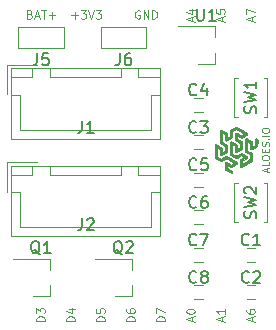
<source format=gto>
G04 #@! TF.FileFunction,Legend,Top*
%FSLAX46Y46*%
G04 Gerber Fmt 4.6, Leading zero omitted, Abs format (unit mm)*
G04 Created by KiCad (PCBNEW 4.0.7-e2-6376~58~ubuntu17.04.1) date Tue Oct  3 10:22:26 2017*
%MOMM*%
%LPD*%
G01*
G04 APERTURE LIST*
%ADD10C,0.100000*%
%ADD11C,0.120000*%
%ADD12C,0.010000*%
%ADD13C,0.150000*%
G04 APERTURE END LIST*
D10*
X177900000Y-106632142D02*
X177900000Y-106346428D01*
X178071429Y-106689285D02*
X177471429Y-106489285D01*
X178071429Y-106289285D01*
X178071429Y-105803571D02*
X178071429Y-106089285D01*
X177471429Y-106089285D01*
X177471429Y-105489285D02*
X177471429Y-105374999D01*
X177500000Y-105317857D01*
X177557143Y-105260714D01*
X177671429Y-105232142D01*
X177871429Y-105232142D01*
X177985714Y-105260714D01*
X178042857Y-105317857D01*
X178071429Y-105374999D01*
X178071429Y-105489285D01*
X178042857Y-105546428D01*
X177985714Y-105603571D01*
X177871429Y-105632142D01*
X177671429Y-105632142D01*
X177557143Y-105603571D01*
X177500000Y-105546428D01*
X177471429Y-105489285D01*
X177757143Y-104975000D02*
X177757143Y-104775000D01*
X178071429Y-104689286D02*
X178071429Y-104975000D01*
X177471429Y-104975000D01*
X177471429Y-104689286D01*
X178042857Y-104460714D02*
X178071429Y-104375000D01*
X178071429Y-104232143D01*
X178042857Y-104175000D01*
X178014286Y-104146429D01*
X177957143Y-104117857D01*
X177900000Y-104117857D01*
X177842857Y-104146429D01*
X177814286Y-104175000D01*
X177785714Y-104232143D01*
X177757143Y-104346429D01*
X177728571Y-104403571D01*
X177700000Y-104432143D01*
X177642857Y-104460714D01*
X177585714Y-104460714D01*
X177528571Y-104432143D01*
X177500000Y-104403571D01*
X177471429Y-104346429D01*
X177471429Y-104203571D01*
X177500000Y-104117857D01*
X178014286Y-103860714D02*
X178042857Y-103832142D01*
X178071429Y-103860714D01*
X178042857Y-103889285D01*
X178014286Y-103860714D01*
X178071429Y-103860714D01*
X178071429Y-103575000D02*
X177471429Y-103575000D01*
X177471429Y-103175000D02*
X177471429Y-103060714D01*
X177500000Y-103003572D01*
X177557143Y-102946429D01*
X177671429Y-102917857D01*
X177871429Y-102917857D01*
X177985714Y-102946429D01*
X178042857Y-103003572D01*
X178071429Y-103060714D01*
X178071429Y-103175000D01*
X178042857Y-103232143D01*
X177985714Y-103289286D01*
X177871429Y-103317857D01*
X177671429Y-103317857D01*
X177557143Y-103289286D01*
X177500000Y-103232143D01*
X177471429Y-103175000D01*
X176646667Y-93845000D02*
X176646667Y-93511666D01*
X176846667Y-93911666D02*
X176146667Y-93678333D01*
X176846667Y-93445000D01*
X176146667Y-93278333D02*
X176146667Y-92811666D01*
X176846667Y-93111666D01*
X174106667Y-93845000D02*
X174106667Y-93511666D01*
X174306667Y-93911666D02*
X173606667Y-93678333D01*
X174306667Y-93445000D01*
X173606667Y-92878333D02*
X173606667Y-93211666D01*
X173940000Y-93245000D01*
X173906667Y-93211666D01*
X173873333Y-93145000D01*
X173873333Y-92978333D01*
X173906667Y-92911666D01*
X173940000Y-92878333D01*
X174006667Y-92845000D01*
X174173333Y-92845000D01*
X174240000Y-92878333D01*
X174273333Y-92911666D01*
X174306667Y-92978333D01*
X174306667Y-93145000D01*
X174273333Y-93211666D01*
X174240000Y-93245000D01*
X171566667Y-93845000D02*
X171566667Y-93511666D01*
X171766667Y-93911666D02*
X171066667Y-93678333D01*
X171766667Y-93445000D01*
X171300000Y-92911666D02*
X171766667Y-92911666D01*
X171033333Y-93078333D02*
X171533333Y-93245000D01*
X171533333Y-92811666D01*
X167106667Y-92995000D02*
X167040001Y-92961667D01*
X166940001Y-92961667D01*
X166840001Y-92995000D01*
X166773334Y-93061667D01*
X166740001Y-93128333D01*
X166706667Y-93261667D01*
X166706667Y-93361667D01*
X166740001Y-93495000D01*
X166773334Y-93561667D01*
X166840001Y-93628333D01*
X166940001Y-93661667D01*
X167006667Y-93661667D01*
X167106667Y-93628333D01*
X167140001Y-93595000D01*
X167140001Y-93361667D01*
X167006667Y-93361667D01*
X167440001Y-93661667D02*
X167440001Y-92961667D01*
X167840001Y-93661667D01*
X167840001Y-92961667D01*
X168173334Y-93661667D02*
X168173334Y-92961667D01*
X168340000Y-92961667D01*
X168440000Y-92995000D01*
X168506667Y-93061667D01*
X168540000Y-93128333D01*
X168573334Y-93261667D01*
X168573334Y-93361667D01*
X168540000Y-93495000D01*
X168506667Y-93561667D01*
X168440000Y-93628333D01*
X168340000Y-93661667D01*
X168173334Y-93661667D01*
X161326667Y-93395000D02*
X161860000Y-93395000D01*
X161593333Y-93661667D02*
X161593333Y-93128333D01*
X162126667Y-92961667D02*
X162560000Y-92961667D01*
X162326667Y-93228333D01*
X162426667Y-93228333D01*
X162493334Y-93261667D01*
X162526667Y-93295000D01*
X162560000Y-93361667D01*
X162560000Y-93528333D01*
X162526667Y-93595000D01*
X162493334Y-93628333D01*
X162426667Y-93661667D01*
X162226667Y-93661667D01*
X162160000Y-93628333D01*
X162126667Y-93595000D01*
X162760001Y-92961667D02*
X162993334Y-93661667D01*
X163226667Y-92961667D01*
X163393334Y-92961667D02*
X163826667Y-92961667D01*
X163593334Y-93228333D01*
X163693334Y-93228333D01*
X163760001Y-93261667D01*
X163793334Y-93295000D01*
X163826667Y-93361667D01*
X163826667Y-93528333D01*
X163793334Y-93595000D01*
X163760001Y-93628333D01*
X163693334Y-93661667D01*
X163493334Y-93661667D01*
X163426667Y-93628333D01*
X163393334Y-93595000D01*
X157800000Y-93295000D02*
X157900000Y-93328333D01*
X157933333Y-93361667D01*
X157966667Y-93428333D01*
X157966667Y-93528333D01*
X157933333Y-93595000D01*
X157900000Y-93628333D01*
X157833333Y-93661667D01*
X157566667Y-93661667D01*
X157566667Y-92961667D01*
X157800000Y-92961667D01*
X157866667Y-92995000D01*
X157900000Y-93028333D01*
X157933333Y-93095000D01*
X157933333Y-93161667D01*
X157900000Y-93228333D01*
X157866667Y-93261667D01*
X157800000Y-93295000D01*
X157566667Y-93295000D01*
X158233333Y-93461667D02*
X158566667Y-93461667D01*
X158166667Y-93661667D02*
X158400000Y-92961667D01*
X158633333Y-93661667D01*
X158766667Y-92961667D02*
X159166667Y-92961667D01*
X158966667Y-93661667D02*
X158966667Y-92961667D01*
X159400000Y-93395000D02*
X159933333Y-93395000D01*
X159666666Y-93661667D02*
X159666666Y-93128333D01*
X176646667Y-119245000D02*
X176646667Y-118911666D01*
X176846667Y-119311666D02*
X176146667Y-119078333D01*
X176846667Y-118845000D01*
X176146667Y-118311666D02*
X176146667Y-118445000D01*
X176180000Y-118511666D01*
X176213333Y-118545000D01*
X176313333Y-118611666D01*
X176446667Y-118645000D01*
X176713333Y-118645000D01*
X176780000Y-118611666D01*
X176813333Y-118578333D01*
X176846667Y-118511666D01*
X176846667Y-118378333D01*
X176813333Y-118311666D01*
X176780000Y-118278333D01*
X176713333Y-118245000D01*
X176546667Y-118245000D01*
X176480000Y-118278333D01*
X176446667Y-118311666D01*
X176413333Y-118378333D01*
X176413333Y-118511666D01*
X176446667Y-118578333D01*
X176480000Y-118611666D01*
X176546667Y-118645000D01*
X174106667Y-119245000D02*
X174106667Y-118911666D01*
X174306667Y-119311666D02*
X173606667Y-119078333D01*
X174306667Y-118845000D01*
X174306667Y-118245000D02*
X174306667Y-118645000D01*
X174306667Y-118445000D02*
X173606667Y-118445000D01*
X173706667Y-118511666D01*
X173773333Y-118578333D01*
X173806667Y-118645000D01*
X171566667Y-119245000D02*
X171566667Y-118911666D01*
X171766667Y-119311666D02*
X171066667Y-119078333D01*
X171766667Y-118845000D01*
X171066667Y-118478333D02*
X171066667Y-118411666D01*
X171100000Y-118345000D01*
X171133333Y-118311666D01*
X171200000Y-118278333D01*
X171333333Y-118245000D01*
X171500000Y-118245000D01*
X171633333Y-118278333D01*
X171700000Y-118311666D01*
X171733333Y-118345000D01*
X171766667Y-118411666D01*
X171766667Y-118478333D01*
X171733333Y-118545000D01*
X171700000Y-118578333D01*
X171633333Y-118611666D01*
X171500000Y-118645000D01*
X171333333Y-118645000D01*
X171200000Y-118611666D01*
X171133333Y-118578333D01*
X171100000Y-118545000D01*
X171066667Y-118478333D01*
X169226667Y-119261666D02*
X168526667Y-119261666D01*
X168526667Y-119095000D01*
X168560000Y-118995000D01*
X168626667Y-118928333D01*
X168693333Y-118895000D01*
X168826667Y-118861666D01*
X168926667Y-118861666D01*
X169060000Y-118895000D01*
X169126667Y-118928333D01*
X169193333Y-118995000D01*
X169226667Y-119095000D01*
X169226667Y-119261666D01*
X168526667Y-118628333D02*
X168526667Y-118161666D01*
X169226667Y-118461666D01*
X166686667Y-119261666D02*
X165986667Y-119261666D01*
X165986667Y-119095000D01*
X166020000Y-118995000D01*
X166086667Y-118928333D01*
X166153333Y-118895000D01*
X166286667Y-118861666D01*
X166386667Y-118861666D01*
X166520000Y-118895000D01*
X166586667Y-118928333D01*
X166653333Y-118995000D01*
X166686667Y-119095000D01*
X166686667Y-119261666D01*
X165986667Y-118261666D02*
X165986667Y-118395000D01*
X166020000Y-118461666D01*
X166053333Y-118495000D01*
X166153333Y-118561666D01*
X166286667Y-118595000D01*
X166553333Y-118595000D01*
X166620000Y-118561666D01*
X166653333Y-118528333D01*
X166686667Y-118461666D01*
X166686667Y-118328333D01*
X166653333Y-118261666D01*
X166620000Y-118228333D01*
X166553333Y-118195000D01*
X166386667Y-118195000D01*
X166320000Y-118228333D01*
X166286667Y-118261666D01*
X166253333Y-118328333D01*
X166253333Y-118461666D01*
X166286667Y-118528333D01*
X166320000Y-118561666D01*
X166386667Y-118595000D01*
X164146667Y-119261666D02*
X163446667Y-119261666D01*
X163446667Y-119095000D01*
X163480000Y-118995000D01*
X163546667Y-118928333D01*
X163613333Y-118895000D01*
X163746667Y-118861666D01*
X163846667Y-118861666D01*
X163980000Y-118895000D01*
X164046667Y-118928333D01*
X164113333Y-118995000D01*
X164146667Y-119095000D01*
X164146667Y-119261666D01*
X163446667Y-118228333D02*
X163446667Y-118561666D01*
X163780000Y-118595000D01*
X163746667Y-118561666D01*
X163713333Y-118495000D01*
X163713333Y-118328333D01*
X163746667Y-118261666D01*
X163780000Y-118228333D01*
X163846667Y-118195000D01*
X164013333Y-118195000D01*
X164080000Y-118228333D01*
X164113333Y-118261666D01*
X164146667Y-118328333D01*
X164146667Y-118495000D01*
X164113333Y-118561666D01*
X164080000Y-118595000D01*
X161606667Y-119261666D02*
X160906667Y-119261666D01*
X160906667Y-119095000D01*
X160940000Y-118995000D01*
X161006667Y-118928333D01*
X161073333Y-118895000D01*
X161206667Y-118861666D01*
X161306667Y-118861666D01*
X161440000Y-118895000D01*
X161506667Y-118928333D01*
X161573333Y-118995000D01*
X161606667Y-119095000D01*
X161606667Y-119261666D01*
X161140000Y-118261666D02*
X161606667Y-118261666D01*
X160873333Y-118428333D02*
X161373333Y-118595000D01*
X161373333Y-118161666D01*
X159066667Y-119261666D02*
X158366667Y-119261666D01*
X158366667Y-119095000D01*
X158400000Y-118995000D01*
X158466667Y-118928333D01*
X158533333Y-118895000D01*
X158666667Y-118861666D01*
X158766667Y-118861666D01*
X158900000Y-118895000D01*
X158966667Y-118928333D01*
X159033333Y-118995000D01*
X159066667Y-119095000D01*
X159066667Y-119261666D01*
X158366667Y-118628333D02*
X158366667Y-118195000D01*
X158633333Y-118428333D01*
X158633333Y-118328333D01*
X158666667Y-118261666D01*
X158700000Y-118228333D01*
X158766667Y-118195000D01*
X158933333Y-118195000D01*
X159000000Y-118228333D01*
X159033333Y-118261666D01*
X159066667Y-118328333D01*
X159066667Y-118528333D01*
X159033333Y-118595000D01*
X159000000Y-118628333D01*
D11*
X176180000Y-113065000D02*
X176880000Y-113065000D01*
X176880000Y-114265000D02*
X176180000Y-114265000D01*
X176180000Y-116240000D02*
X176880000Y-116240000D01*
X176880000Y-117440000D02*
X176180000Y-117440000D01*
X171735000Y-103540000D02*
X172435000Y-103540000D01*
X172435000Y-104740000D02*
X171735000Y-104740000D01*
X171735000Y-100365000D02*
X172435000Y-100365000D01*
X172435000Y-101565000D02*
X171735000Y-101565000D01*
X172435000Y-107915000D02*
X171735000Y-107915000D01*
X171735000Y-106715000D02*
X172435000Y-106715000D01*
X171735000Y-109890000D02*
X172435000Y-109890000D01*
X172435000Y-111090000D02*
X171735000Y-111090000D01*
X171735000Y-113065000D02*
X172435000Y-113065000D01*
X172435000Y-114265000D02*
X171735000Y-114265000D01*
X171735000Y-116240000D02*
X172435000Y-116240000D01*
X172435000Y-117440000D02*
X171735000Y-117440000D01*
X156840000Y-96140000D02*
X160660000Y-96140000D01*
X160660000Y-96140000D02*
X160660000Y-94360000D01*
X160660000Y-94360000D02*
X156840000Y-94360000D01*
X156840000Y-96140000D02*
X156840000Y-94360000D01*
X163825000Y-96140000D02*
X167645000Y-96140000D01*
X167645000Y-96140000D02*
X167645000Y-94360000D01*
X167645000Y-94360000D02*
X163825000Y-94360000D01*
X163825000Y-96140000D02*
X163825000Y-94360000D01*
X159510000Y-117150000D02*
X159510000Y-116220000D01*
X159510000Y-113990000D02*
X159510000Y-114920000D01*
X159510000Y-113990000D02*
X156350000Y-113990000D01*
X159510000Y-117150000D02*
X158050000Y-117150000D01*
X166495000Y-117150000D02*
X166495000Y-116220000D01*
X166495000Y-113990000D02*
X166495000Y-114920000D01*
X166495000Y-113990000D02*
X163335000Y-113990000D01*
X166495000Y-117150000D02*
X165035000Y-117150000D01*
X177630000Y-101980000D02*
X177930000Y-101980000D01*
X177930000Y-101980000D02*
X177930000Y-98680000D01*
X177930000Y-98680000D02*
X177630000Y-98680000D01*
X175430000Y-101980000D02*
X175130000Y-101980000D01*
X175130000Y-101980000D02*
X175130000Y-98680000D01*
X175130000Y-98680000D02*
X175430000Y-98680000D01*
X177630000Y-110870000D02*
X177930000Y-110870000D01*
X177930000Y-110870000D02*
X177930000Y-107570000D01*
X177930000Y-107570000D02*
X177630000Y-107570000D01*
X175430000Y-110870000D02*
X175130000Y-110870000D01*
X175130000Y-110870000D02*
X175130000Y-107570000D01*
X175130000Y-107570000D02*
X175430000Y-107570000D01*
X173480000Y-97465000D02*
X173480000Y-96535000D01*
X173480000Y-94305000D02*
X173480000Y-95235000D01*
X173480000Y-94305000D02*
X170320000Y-94305000D01*
X173480000Y-97465000D02*
X172020000Y-97465000D01*
D12*
G36*
X173465126Y-104784945D02*
X173465220Y-104693675D01*
X173465419Y-104616716D01*
X173465760Y-104552758D01*
X173466284Y-104500489D01*
X173467027Y-104458599D01*
X173468028Y-104425776D01*
X173469325Y-104400709D01*
X173470957Y-104382088D01*
X173472962Y-104368601D01*
X173475379Y-104358938D01*
X173478245Y-104351787D01*
X173481030Y-104346758D01*
X173506640Y-104319028D01*
X173539393Y-104304938D01*
X173575443Y-104306031D01*
X173579662Y-104307211D01*
X173595949Y-104314233D01*
X173624091Y-104328526D01*
X173661785Y-104348756D01*
X173706725Y-104373590D01*
X173756606Y-104401695D01*
X173809124Y-104431739D01*
X173861973Y-104462388D01*
X173912848Y-104492309D01*
X173959445Y-104520170D01*
X173999458Y-104544638D01*
X174030583Y-104564379D01*
X174050515Y-104578061D01*
X174056037Y-104582694D01*
X174062113Y-104590064D01*
X174066798Y-104599116D01*
X174070367Y-104612179D01*
X174073096Y-104631585D01*
X174075261Y-104659664D01*
X174077138Y-104698746D01*
X174079004Y-104751163D01*
X174080108Y-104785985D01*
X174081922Y-104839701D01*
X174083804Y-104887224D01*
X174085635Y-104926121D01*
X174087296Y-104953962D01*
X174088666Y-104968313D01*
X174089121Y-104969733D01*
X174097205Y-104965723D01*
X174117349Y-104954658D01*
X174146968Y-104937988D01*
X174183477Y-104917162D01*
X174206154Y-104904117D01*
X174319884Y-104838500D01*
X174320200Y-104448186D01*
X174128386Y-104338873D01*
X174075549Y-104308381D01*
X174026730Y-104279488D01*
X173984149Y-104253565D01*
X173950027Y-104231984D01*
X173926586Y-104216117D01*
X173916719Y-104208150D01*
X173896867Y-104186740D01*
X173896867Y-103118855D01*
X173924787Y-103091794D01*
X173938613Y-103079194D01*
X173951887Y-103070167D01*
X173966269Y-103065259D01*
X173983417Y-103065016D01*
X174004992Y-103069985D01*
X174032654Y-103080711D01*
X174068061Y-103097741D01*
X174112872Y-103121622D01*
X174168749Y-103152898D01*
X174237349Y-103192117D01*
X174247734Y-103198083D01*
X174319273Y-103239520D01*
X174376979Y-103273706D01*
X174421966Y-103301354D01*
X174455343Y-103323176D01*
X174478222Y-103339885D01*
X174491716Y-103352195D01*
X174495235Y-103356833D01*
X174500610Y-103367704D01*
X174504771Y-103382023D01*
X174507955Y-103402221D01*
X174510401Y-103430729D01*
X174512348Y-103469977D01*
X174514035Y-103522397D01*
X174514934Y-103557550D01*
X174519167Y-103732868D01*
X174635583Y-103664682D01*
X174752000Y-103596496D01*
X174753077Y-103442798D01*
X174753761Y-103384858D01*
X174754949Y-103324717D01*
X174756504Y-103267683D01*
X174758291Y-103219062D01*
X174759427Y-103195967D01*
X174764700Y-103102833D01*
X174811267Y-103072081D01*
X174831506Y-103059277D01*
X174863787Y-103039539D01*
X174905503Y-103014429D01*
X174954048Y-102985511D01*
X175006814Y-102954345D01*
X175047884Y-102930264D01*
X175107415Y-102895673D01*
X175154416Y-102868920D01*
X175190831Y-102849050D01*
X175218601Y-102835109D01*
X175239668Y-102826142D01*
X175255974Y-102821195D01*
X175269461Y-102819312D01*
X175273800Y-102819200D01*
X175282672Y-102819965D01*
X175293782Y-102822677D01*
X175308291Y-102827954D01*
X175327360Y-102836419D01*
X175352149Y-102848693D01*
X175383819Y-102865398D01*
X175423530Y-102887153D01*
X175472442Y-102914580D01*
X175531717Y-102948301D01*
X175602514Y-102988936D01*
X175685995Y-103037107D01*
X175748383Y-103073201D01*
X175830677Y-103121049D01*
X175908059Y-103166436D01*
X175979271Y-103208601D01*
X176043055Y-103246780D01*
X176098155Y-103280213D01*
X176143312Y-103308138D01*
X176177268Y-103329793D01*
X176198767Y-103344415D01*
X176206108Y-103350485D01*
X176221908Y-103382355D01*
X176223691Y-103418711D01*
X176211342Y-103453880D01*
X176200929Y-103464827D01*
X176179023Y-103481368D01*
X176144911Y-103503958D01*
X176097882Y-103533051D01*
X176037224Y-103569100D01*
X175967200Y-103609703D01*
X175900759Y-103647722D01*
X175847183Y-103677923D01*
X175804790Y-103701145D01*
X175771895Y-103718232D01*
X175746813Y-103730026D01*
X175727860Y-103737367D01*
X175713352Y-103741098D01*
X175702392Y-103742066D01*
X175686334Y-103740485D01*
X175667281Y-103734971D01*
X175642690Y-103724369D01*
X175610017Y-103707523D01*
X175566722Y-103683277D01*
X175543325Y-103669779D01*
X175500213Y-103644844D01*
X175460541Y-103622065D01*
X175427340Y-103603168D01*
X175403644Y-103589883D01*
X175394425Y-103584895D01*
X175370067Y-103572298D01*
X175370329Y-103847900D01*
X175562815Y-103957966D01*
X175615657Y-103988535D01*
X175664438Y-104017420D01*
X175706956Y-104043266D01*
X175741012Y-104064717D01*
X175764405Y-104080416D01*
X175774350Y-104088319D01*
X175779494Y-104094106D01*
X175783615Y-104100545D01*
X175786824Y-104109445D01*
X175789231Y-104122612D01*
X175790948Y-104141855D01*
X175792085Y-104168980D01*
X175792753Y-104205795D01*
X175793064Y-104254108D01*
X175793129Y-104315724D01*
X175793057Y-104392453D01*
X175793056Y-104393119D01*
X175792712Y-104677633D01*
X175769773Y-104703638D01*
X175755421Y-104715714D01*
X175728880Y-104734062D01*
X175692384Y-104757412D01*
X175648167Y-104784495D01*
X175598462Y-104814040D01*
X175545504Y-104844777D01*
X175491527Y-104875436D01*
X175438764Y-104904747D01*
X175389450Y-104931440D01*
X175345818Y-104954246D01*
X175310101Y-104971893D01*
X175284536Y-104983113D01*
X175271931Y-104986667D01*
X175245766Y-104979951D01*
X175216566Y-104961632D01*
X175215363Y-104960650D01*
X175183800Y-104934634D01*
X175182881Y-104738400D01*
X175182378Y-104679153D01*
X175181479Y-104622643D01*
X175180270Y-104572069D01*
X175178832Y-104530631D01*
X175177248Y-104501527D01*
X175176531Y-104493492D01*
X175171100Y-104444818D01*
X175054683Y-104377921D01*
X174938267Y-104311025D01*
X174938267Y-105085047D01*
X175104793Y-105180499D01*
X175159379Y-105211602D01*
X175201351Y-105234964D01*
X175232658Y-105251491D01*
X175255246Y-105262088D01*
X175271063Y-105267660D01*
X175282055Y-105269112D01*
X175290170Y-105267349D01*
X175290912Y-105267025D01*
X175303483Y-105260389D01*
X175328416Y-105246478D01*
X175363459Y-105226575D01*
X175406362Y-105201964D01*
X175454876Y-105173927D01*
X175492573Y-105152016D01*
X175557296Y-105114775D01*
X175608909Y-105086170D01*
X175648520Y-105065639D01*
X175677238Y-105052618D01*
X175696169Y-105046548D01*
X175701732Y-105045933D01*
X175712795Y-105047258D01*
X175727579Y-105051706D01*
X175747408Y-105059984D01*
X175773611Y-105072802D01*
X175807512Y-105090869D01*
X175850439Y-105114892D01*
X175903718Y-105145581D01*
X175968675Y-105183644D01*
X176046637Y-105229790D01*
X176053504Y-105233870D01*
X176099948Y-105261972D01*
X176141628Y-105288155D01*
X176176240Y-105310894D01*
X176201481Y-105328663D01*
X176215047Y-105339936D01*
X176216488Y-105341807D01*
X176223936Y-105369482D01*
X176223082Y-105402792D01*
X176214254Y-105432805D01*
X176213048Y-105435097D01*
X176201287Y-105446679D01*
X176174991Y-105465619D01*
X176134700Y-105491570D01*
X176080960Y-105524185D01*
X176014311Y-105563118D01*
X175999565Y-105571583D01*
X175797634Y-105687205D01*
X175795310Y-105828480D01*
X175792986Y-105969756D01*
X175829177Y-105948565D01*
X175844349Y-105939740D01*
X175872397Y-105923487D01*
X175911533Y-105900838D01*
X175959967Y-105872830D01*
X176015909Y-105840496D01*
X176077570Y-105804872D01*
X176143160Y-105766991D01*
X176165934Y-105753842D01*
X176466500Y-105580311D01*
X176468619Y-105387205D01*
X176470738Y-105194100D01*
X176271082Y-105080142D01*
X176210296Y-105044937D01*
X176157294Y-105013219D01*
X176113637Y-104985977D01*
X176080884Y-104964199D01*
X176060594Y-104948873D01*
X176055180Y-104943369D01*
X176051849Y-104938114D01*
X176049007Y-104931562D01*
X176046615Y-104922415D01*
X176044634Y-104909374D01*
X176043026Y-104891139D01*
X176041751Y-104866412D01*
X176040773Y-104833894D01*
X176040050Y-104792286D01*
X176039546Y-104740291D01*
X176039221Y-104676608D01*
X176039036Y-104599939D01*
X176038953Y-104508985D01*
X176038934Y-104402448D01*
X176038934Y-104397926D01*
X176038950Y-104290786D01*
X176039025Y-104199270D01*
X176039199Y-104122068D01*
X176039511Y-104057869D01*
X176040001Y-104005364D01*
X176040710Y-103963243D01*
X176041677Y-103930196D01*
X176042941Y-103904913D01*
X176044543Y-103886084D01*
X176046522Y-103872400D01*
X176048918Y-103862550D01*
X176051771Y-103855224D01*
X176055121Y-103849113D01*
X176055636Y-103848274D01*
X176079053Y-103823975D01*
X176110065Y-103809582D01*
X176142647Y-103807362D01*
X176155547Y-103810679D01*
X176170696Y-103817882D01*
X176197792Y-103832214D01*
X176234548Y-103852361D01*
X176278678Y-103877008D01*
X176327893Y-103904838D01*
X176379908Y-103934537D01*
X176432435Y-103964789D01*
X176483187Y-103994278D01*
X176529877Y-104021690D01*
X176570218Y-104045709D01*
X176601923Y-104065019D01*
X176622706Y-104078305D01*
X176629483Y-104083274D01*
X176635655Y-104089415D01*
X176640325Y-104096617D01*
X176643704Y-104107144D01*
X176645999Y-104123260D01*
X176647421Y-104147228D01*
X176648178Y-104181314D01*
X176648479Y-104227780D01*
X176648533Y-104288891D01*
X176648533Y-104289642D01*
X176648804Y-104344140D01*
X176649563Y-104392447D01*
X176650730Y-104432172D01*
X176652223Y-104460922D01*
X176653963Y-104476307D01*
X176654883Y-104478241D01*
X176664038Y-104474049D01*
X176685141Y-104462762D01*
X176715535Y-104445848D01*
X176752562Y-104424779D01*
X176775533Y-104411521D01*
X176889833Y-104345226D01*
X176895054Y-104147363D01*
X176896613Y-104088172D01*
X176898087Y-104031977D01*
X176899397Y-103981892D01*
X176900459Y-103941033D01*
X176901194Y-103912512D01*
X176901404Y-103904213D01*
X176903597Y-103875208D01*
X176910268Y-103855799D01*
X176924268Y-103838727D01*
X176928829Y-103834363D01*
X176961049Y-103814402D01*
X176995950Y-103809353D01*
X177029730Y-103818487D01*
X177058584Y-103841074D01*
X177072546Y-103861931D01*
X177079210Y-103877183D01*
X177083671Y-103894357D01*
X177086260Y-103916903D01*
X177087311Y-103948269D01*
X177087157Y-103991905D01*
X177086882Y-104010546D01*
X177086074Y-104060080D01*
X177085095Y-104120550D01*
X177084043Y-104185958D01*
X177083014Y-104250308D01*
X177082467Y-104284745D01*
X177081493Y-104340175D01*
X177080381Y-104381199D01*
X177078822Y-104410343D01*
X177076505Y-104430132D01*
X177073122Y-104443093D01*
X177068365Y-104451752D01*
X177061923Y-104458635D01*
X177061101Y-104459389D01*
X177049157Y-104467872D01*
X177024505Y-104483539D01*
X176989147Y-104505184D01*
X176945084Y-104531598D01*
X176894318Y-104561575D01*
X176838849Y-104593908D01*
X176820308Y-104604627D01*
X176756525Y-104641312D01*
X176705502Y-104670296D01*
X176665409Y-104692472D01*
X176634416Y-104708734D01*
X176610691Y-104719975D01*
X176592404Y-104727087D01*
X176577724Y-104730963D01*
X176564822Y-104732497D01*
X176557841Y-104732666D01*
X176531334Y-104731145D01*
X176513961Y-104724236D01*
X176498024Y-104708420D01*
X176494017Y-104703485D01*
X176470733Y-104674305D01*
X176470731Y-104438902D01*
X176470729Y-104203500D01*
X176392415Y-104159154D01*
X176353967Y-104137332D01*
X176315503Y-104115416D01*
X176282834Y-104096721D01*
X176269650Y-104089133D01*
X176225200Y-104063457D01*
X176225239Y-104450979D01*
X176225277Y-104838500D01*
X176405155Y-104939328D01*
X176457362Y-104969093D01*
X176506334Y-104997949D01*
X176549541Y-105024333D01*
X176584457Y-105046682D01*
X176608553Y-105063433D01*
X176616783Y-105070163D01*
X176648533Y-105100170D01*
X176648264Y-105388435D01*
X176648070Y-105469032D01*
X176647610Y-105534289D01*
X176646822Y-105585798D01*
X176645642Y-105625151D01*
X176644006Y-105653940D01*
X176641852Y-105673756D01*
X176639117Y-105686192D01*
X176636181Y-105692291D01*
X176626892Y-105699219D01*
X176604216Y-105713781D01*
X176569460Y-105735199D01*
X176523931Y-105762694D01*
X176468936Y-105795487D01*
X176405783Y-105832797D01*
X176335778Y-105873845D01*
X176260230Y-105917853D01*
X176180445Y-105964041D01*
X176178191Y-105965341D01*
X176082574Y-106020503D01*
X176000472Y-106067735D01*
X175930723Y-106107552D01*
X175872164Y-106140465D01*
X175823631Y-106166990D01*
X175783962Y-106187639D01*
X175751993Y-106202925D01*
X175726563Y-106213362D01*
X175706507Y-106219464D01*
X175690663Y-106221744D01*
X175677868Y-106220714D01*
X175666959Y-106216889D01*
X175656773Y-106210783D01*
X175646148Y-106202907D01*
X175643916Y-106201202D01*
X175615600Y-106179605D01*
X175615600Y-105889077D01*
X175615646Y-105810997D01*
X175615846Y-105748060D01*
X175616294Y-105698476D01*
X175617085Y-105660454D01*
X175618313Y-105632204D01*
X175620071Y-105611936D01*
X175622453Y-105597860D01*
X175625554Y-105588185D01*
X175629468Y-105581120D01*
X175631958Y-105577755D01*
X175644424Y-105566883D01*
X175668948Y-105549515D01*
X175702814Y-105527431D01*
X175743306Y-105502408D01*
X175782241Y-105479380D01*
X175825717Y-105454149D01*
X175864583Y-105431505D01*
X175896274Y-105412950D01*
X175918226Y-105399984D01*
X175927608Y-105394287D01*
X175927857Y-105388204D01*
X175916722Y-105377077D01*
X175893431Y-105360391D01*
X175857215Y-105337633D01*
X175807302Y-105308287D01*
X175750759Y-105276226D01*
X175703884Y-105249960D01*
X175505225Y-105363667D01*
X175442275Y-105399435D01*
X175392082Y-105427282D01*
X175352921Y-105448059D01*
X175323065Y-105462619D01*
X175300789Y-105471812D01*
X175284367Y-105476490D01*
X175274348Y-105477554D01*
X175262789Y-105476245D01*
X175247477Y-105471663D01*
X175226825Y-105462999D01*
X175199244Y-105449442D01*
X175163147Y-105430183D01*
X175116948Y-105404411D01*
X175059060Y-105371317D01*
X175005727Y-105340454D01*
X174938900Y-105301484D01*
X174885367Y-105269829D01*
X174843656Y-105244514D01*
X174812293Y-105224566D01*
X174789808Y-105209010D01*
X174774728Y-105196872D01*
X174765580Y-105187179D01*
X174760893Y-105178956D01*
X174760663Y-105178324D01*
X174758701Y-105163986D01*
X174756974Y-105133229D01*
X174755491Y-105086563D01*
X174754258Y-105024501D01*
X174753284Y-104947555D01*
X174752578Y-104856236D01*
X174752147Y-104751057D01*
X174752000Y-104632529D01*
X174752000Y-104109301D01*
X174776079Y-104086233D01*
X174803211Y-104065924D01*
X174831687Y-104057687D01*
X174864594Y-104061536D01*
X174905021Y-104077489D01*
X174923569Y-104087036D01*
X174978995Y-104117379D01*
X175036937Y-104149892D01*
X175095433Y-104183397D01*
X175152519Y-104216718D01*
X175206234Y-104248676D01*
X175254615Y-104278094D01*
X175295699Y-104303794D01*
X175327522Y-104324598D01*
X175348123Y-104339329D01*
X175355278Y-104346072D01*
X175359670Y-104362759D01*
X175363455Y-104396194D01*
X175366618Y-104446200D01*
X175369148Y-104512603D01*
X175369988Y-104544059D01*
X175374300Y-104723752D01*
X175495107Y-104655242D01*
X175615913Y-104586731D01*
X175613640Y-104395115D01*
X175611367Y-104203500D01*
X175418149Y-104092640D01*
X175365182Y-104061913D01*
X175316225Y-104032877D01*
X175273480Y-104006888D01*
X175239149Y-103985303D01*
X175215436Y-103969478D01*
X175205112Y-103961406D01*
X175185292Y-103941033D01*
X175182429Y-103665867D01*
X175181747Y-103584829D01*
X175181586Y-103519143D01*
X175181989Y-103467233D01*
X175182999Y-103427523D01*
X175184659Y-103398440D01*
X175187011Y-103378407D01*
X175190098Y-103365849D01*
X175190621Y-103364527D01*
X175208176Y-103341121D01*
X175235953Y-103321994D01*
X175267240Y-103311276D01*
X175278807Y-103310266D01*
X175290870Y-103314358D01*
X175315379Y-103325876D01*
X175350172Y-103343690D01*
X175393084Y-103366665D01*
X175441952Y-103393671D01*
X175488070Y-103419814D01*
X175540245Y-103449629D01*
X175588123Y-103476790D01*
X175629578Y-103500107D01*
X175662486Y-103518389D01*
X175684720Y-103530446D01*
X175693764Y-103534962D01*
X175708235Y-103533022D01*
X175736318Y-103521317D01*
X175778073Y-103499820D01*
X175822881Y-103474679D01*
X175862032Y-103451837D01*
X175895370Y-103431805D01*
X175920404Y-103416126D01*
X175934640Y-103406344D01*
X175936967Y-103403981D01*
X175929851Y-103399065D01*
X175909846Y-103386795D01*
X175878766Y-103368223D01*
X175838423Y-103344397D01*
X175790631Y-103316367D01*
X175737202Y-103285183D01*
X175679949Y-103251894D01*
X175620686Y-103217551D01*
X175561226Y-103183203D01*
X175503380Y-103149899D01*
X175448963Y-103118690D01*
X175399787Y-103090624D01*
X175357666Y-103066753D01*
X175324412Y-103048125D01*
X175301838Y-103035790D01*
X175294564Y-103032036D01*
X175286371Y-103028662D01*
X175277648Y-103027551D01*
X175266359Y-103029606D01*
X175250472Y-103035733D01*
X175227950Y-103046838D01*
X175196760Y-103063824D01*
X175154867Y-103087598D01*
X175104609Y-103116539D01*
X174938267Y-103212574D01*
X174938232Y-103352437D01*
X174937841Y-103410687D01*
X174936790Y-103473656D01*
X174935227Y-103534776D01*
X174933299Y-103587481D01*
X174932677Y-103600555D01*
X174927156Y-103708810D01*
X174854395Y-103753696D01*
X174825076Y-103771497D01*
X174784464Y-103795753D01*
X174735939Y-103824466D01*
X174682881Y-103855639D01*
X174628669Y-103887274D01*
X174611360Y-103897324D01*
X174550825Y-103932139D01*
X174502762Y-103958738D01*
X174465158Y-103977678D01*
X174436003Y-103989517D01*
X174413284Y-103994812D01*
X174394990Y-103994122D01*
X174379110Y-103988004D01*
X174363631Y-103977015D01*
X174354067Y-103968650D01*
X174324434Y-103941730D01*
X174321470Y-103698924D01*
X174318507Y-103456117D01*
X174208024Y-103393775D01*
X174168852Y-103371751D01*
X174134799Y-103352754D01*
X174108638Y-103338320D01*
X174093141Y-103329983D01*
X174090337Y-103328611D01*
X174088860Y-103336206D01*
X174087486Y-103359067D01*
X174086244Y-103395530D01*
X174085168Y-103443929D01*
X174084287Y-103502597D01*
X174083634Y-103569868D01*
X174083241Y-103644077D01*
X174083133Y-103710128D01*
X174083133Y-104094468D01*
X174285695Y-104211948D01*
X174356071Y-104253268D01*
X174411817Y-104287132D01*
X174453365Y-104313822D01*
X174481148Y-104333617D01*
X174495598Y-104346801D01*
X174497549Y-104349824D01*
X174500840Y-104365337D01*
X174503860Y-104395150D01*
X174506564Y-104436634D01*
X174508906Y-104487157D01*
X174510842Y-104544089D01*
X174512324Y-104604798D01*
X174513308Y-104666654D01*
X174513748Y-104727026D01*
X174513598Y-104783283D01*
X174512813Y-104832795D01*
X174511348Y-104872930D01*
X174509155Y-104901058D01*
X174507292Y-104911752D01*
X174504347Y-104922571D01*
X174501255Y-104931744D01*
X174496571Y-104940291D01*
X174488844Y-104949237D01*
X174476628Y-104959604D01*
X174458475Y-104972414D01*
X174432937Y-104988690D01*
X174398565Y-105009455D01*
X174353913Y-105035731D01*
X174297532Y-105068541D01*
X174228920Y-105108358D01*
X174163411Y-105146196D01*
X174110611Y-105176055D01*
X174068699Y-105198660D01*
X174035858Y-105214734D01*
X174010268Y-105225000D01*
X173990112Y-105230184D01*
X173973570Y-105231009D01*
X173958825Y-105228197D01*
X173944057Y-105222475D01*
X173943197Y-105222085D01*
X173930295Y-105215350D01*
X173920033Y-105206945D01*
X173912110Y-105194995D01*
X173906226Y-105177622D01*
X173902079Y-105152951D01*
X173899371Y-105119105D01*
X173897800Y-105074209D01*
X173897066Y-105016385D01*
X173896869Y-104943759D01*
X173896867Y-104932726D01*
X173896867Y-104700144D01*
X173777440Y-104631739D01*
X173737124Y-104608761D01*
X173702194Y-104589070D01*
X173675176Y-104574073D01*
X173658599Y-104565178D01*
X173654588Y-104563333D01*
X173653934Y-104571520D01*
X173653414Y-104594960D01*
X173653036Y-104631976D01*
X173652803Y-104680889D01*
X173652722Y-104740019D01*
X173652797Y-104807688D01*
X173653034Y-104882216D01*
X173653365Y-104949291D01*
X173655567Y-105335250D01*
X173821263Y-105430662D01*
X173986959Y-105526075D01*
X174189008Y-105408920D01*
X174248966Y-105374240D01*
X174296216Y-105347236D01*
X174332652Y-105327013D01*
X174360167Y-105312675D01*
X174380656Y-105303327D01*
X174396015Y-105298074D01*
X174408137Y-105296019D01*
X174418917Y-105296267D01*
X174425478Y-105297141D01*
X174442941Y-105303069D01*
X174473940Y-105317548D01*
X174518622Y-105340660D01*
X174577137Y-105372485D01*
X174649635Y-105413102D01*
X174736263Y-105462591D01*
X174781633Y-105488784D01*
X174891734Y-105552577D01*
X174987882Y-105608400D01*
X175070821Y-105656692D01*
X175141296Y-105697895D01*
X175200051Y-105732447D01*
X175247831Y-105760789D01*
X175285379Y-105783361D01*
X175313441Y-105800604D01*
X175332759Y-105812956D01*
X175344080Y-105820858D01*
X175346167Y-105822547D01*
X175360795Y-105845069D01*
X175366919Y-105875757D01*
X175363898Y-105907782D01*
X175356002Y-105927330D01*
X175343803Y-105939559D01*
X175318863Y-105958302D01*
X175283428Y-105982260D01*
X175239743Y-106010133D01*
X175190056Y-106040620D01*
X175136612Y-106072422D01*
X175081657Y-106104239D01*
X175027438Y-106134770D01*
X174976200Y-106162716D01*
X174930190Y-106186777D01*
X174891653Y-106205653D01*
X174862837Y-106218043D01*
X174845987Y-106222648D01*
X174845736Y-106222652D01*
X174830275Y-106220112D01*
X174807752Y-106211812D01*
X174776451Y-106196926D01*
X174734654Y-106174627D01*
X174680647Y-106144087D01*
X174670329Y-106138133D01*
X174625472Y-106112317D01*
X174585699Y-106089676D01*
X174553295Y-106071489D01*
X174530545Y-106059038D01*
X174519734Y-106053601D01*
X174519234Y-106053466D01*
X174517785Y-106061461D01*
X174516802Y-106083570D01*
X174516334Y-106116976D01*
X174516430Y-106158865D01*
X174516840Y-106190621D01*
X174519167Y-106327775D01*
X174702963Y-106434038D01*
X174755041Y-106464541D01*
X174803509Y-106493670D01*
X174846004Y-106519947D01*
X174880165Y-106541894D01*
X174903629Y-106558034D01*
X174912513Y-106565167D01*
X174933358Y-106595696D01*
X174938146Y-106630796D01*
X174926728Y-106669230D01*
X174925479Y-106671703D01*
X174907538Y-106696286D01*
X174882886Y-106709595D01*
X174847245Y-106713850D01*
X174844262Y-106713866D01*
X174831961Y-106712851D01*
X174817346Y-106709219D01*
X174798631Y-106702086D01*
X174774030Y-106690572D01*
X174741755Y-106673795D01*
X174700019Y-106650872D01*
X174647037Y-106620923D01*
X174591822Y-106589282D01*
X174535220Y-106556280D01*
X174482144Y-106524497D01*
X174434754Y-106495291D01*
X174395214Y-106470024D01*
X174365684Y-106450053D01*
X174348327Y-106436740D01*
X174346509Y-106434998D01*
X174317785Y-106405300D01*
X174326581Y-105838492D01*
X174353158Y-105814746D01*
X174368535Y-105802194D01*
X174383580Y-105793766D01*
X174400101Y-105790026D01*
X174419904Y-105791537D01*
X174444797Y-105798863D01*
X174476587Y-105812567D01*
X174517083Y-105833212D01*
X174568090Y-105861362D01*
X174631416Y-105897581D01*
X174646144Y-105906089D01*
X174845187Y-106021177D01*
X174885377Y-105998047D01*
X174910189Y-105983708D01*
X174944266Y-105963938D01*
X174982253Y-105941846D01*
X175004885Y-105928658D01*
X175084203Y-105882400D01*
X175009118Y-105838557D01*
X174983507Y-105823675D01*
X174945586Y-105801741D01*
X174897736Y-105774127D01*
X174842337Y-105742204D01*
X174781768Y-105707344D01*
X174718411Y-105670919D01*
X174677627Y-105647493D01*
X174421220Y-105500274D01*
X174389760Y-105515251D01*
X174372585Y-105524145D01*
X174343663Y-105539909D01*
X174305900Y-105560928D01*
X174262202Y-105585581D01*
X174215474Y-105612254D01*
X174214367Y-105612889D01*
X174153218Y-105647960D01*
X174104901Y-105675419D01*
X174067571Y-105696106D01*
X174039385Y-105710859D01*
X174018499Y-105720517D01*
X174003070Y-105725918D01*
X173991254Y-105727901D01*
X173981208Y-105727304D01*
X173971087Y-105724966D01*
X173969135Y-105724430D01*
X173954716Y-105718287D01*
X173927749Y-105704724D01*
X173890308Y-105684863D01*
X173844466Y-105659827D01*
X173792294Y-105630740D01*
X173735865Y-105598724D01*
X173714614Y-105586528D01*
X173643646Y-105545325D01*
X173586641Y-105511417D01*
X173542604Y-105484162D01*
X173510539Y-105462922D01*
X173489451Y-105447055D01*
X173478345Y-105435922D01*
X173476959Y-105433704D01*
X173474445Y-105426411D01*
X173472297Y-105414134D01*
X173470489Y-105395666D01*
X173468995Y-105369800D01*
X173467788Y-105335330D01*
X173466842Y-105291049D01*
X173466131Y-105235750D01*
X173465627Y-105168227D01*
X173465305Y-105087274D01*
X173465138Y-104991683D01*
X173465098Y-104891837D01*
X173465126Y-104784945D01*
X173465126Y-104784945D01*
G37*
X173465126Y-104784945D02*
X173465220Y-104693675D01*
X173465419Y-104616716D01*
X173465760Y-104552758D01*
X173466284Y-104500489D01*
X173467027Y-104458599D01*
X173468028Y-104425776D01*
X173469325Y-104400709D01*
X173470957Y-104382088D01*
X173472962Y-104368601D01*
X173475379Y-104358938D01*
X173478245Y-104351787D01*
X173481030Y-104346758D01*
X173506640Y-104319028D01*
X173539393Y-104304938D01*
X173575443Y-104306031D01*
X173579662Y-104307211D01*
X173595949Y-104314233D01*
X173624091Y-104328526D01*
X173661785Y-104348756D01*
X173706725Y-104373590D01*
X173756606Y-104401695D01*
X173809124Y-104431739D01*
X173861973Y-104462388D01*
X173912848Y-104492309D01*
X173959445Y-104520170D01*
X173999458Y-104544638D01*
X174030583Y-104564379D01*
X174050515Y-104578061D01*
X174056037Y-104582694D01*
X174062113Y-104590064D01*
X174066798Y-104599116D01*
X174070367Y-104612179D01*
X174073096Y-104631585D01*
X174075261Y-104659664D01*
X174077138Y-104698746D01*
X174079004Y-104751163D01*
X174080108Y-104785985D01*
X174081922Y-104839701D01*
X174083804Y-104887224D01*
X174085635Y-104926121D01*
X174087296Y-104953962D01*
X174088666Y-104968313D01*
X174089121Y-104969733D01*
X174097205Y-104965723D01*
X174117349Y-104954658D01*
X174146968Y-104937988D01*
X174183477Y-104917162D01*
X174206154Y-104904117D01*
X174319884Y-104838500D01*
X174320200Y-104448186D01*
X174128386Y-104338873D01*
X174075549Y-104308381D01*
X174026730Y-104279488D01*
X173984149Y-104253565D01*
X173950027Y-104231984D01*
X173926586Y-104216117D01*
X173916719Y-104208150D01*
X173896867Y-104186740D01*
X173896867Y-103118855D01*
X173924787Y-103091794D01*
X173938613Y-103079194D01*
X173951887Y-103070167D01*
X173966269Y-103065259D01*
X173983417Y-103065016D01*
X174004992Y-103069985D01*
X174032654Y-103080711D01*
X174068061Y-103097741D01*
X174112872Y-103121622D01*
X174168749Y-103152898D01*
X174237349Y-103192117D01*
X174247734Y-103198083D01*
X174319273Y-103239520D01*
X174376979Y-103273706D01*
X174421966Y-103301354D01*
X174455343Y-103323176D01*
X174478222Y-103339885D01*
X174491716Y-103352195D01*
X174495235Y-103356833D01*
X174500610Y-103367704D01*
X174504771Y-103382023D01*
X174507955Y-103402221D01*
X174510401Y-103430729D01*
X174512348Y-103469977D01*
X174514035Y-103522397D01*
X174514934Y-103557550D01*
X174519167Y-103732868D01*
X174635583Y-103664682D01*
X174752000Y-103596496D01*
X174753077Y-103442798D01*
X174753761Y-103384858D01*
X174754949Y-103324717D01*
X174756504Y-103267683D01*
X174758291Y-103219062D01*
X174759427Y-103195967D01*
X174764700Y-103102833D01*
X174811267Y-103072081D01*
X174831506Y-103059277D01*
X174863787Y-103039539D01*
X174905503Y-103014429D01*
X174954048Y-102985511D01*
X175006814Y-102954345D01*
X175047884Y-102930264D01*
X175107415Y-102895673D01*
X175154416Y-102868920D01*
X175190831Y-102849050D01*
X175218601Y-102835109D01*
X175239668Y-102826142D01*
X175255974Y-102821195D01*
X175269461Y-102819312D01*
X175273800Y-102819200D01*
X175282672Y-102819965D01*
X175293782Y-102822677D01*
X175308291Y-102827954D01*
X175327360Y-102836419D01*
X175352149Y-102848693D01*
X175383819Y-102865398D01*
X175423530Y-102887153D01*
X175472442Y-102914580D01*
X175531717Y-102948301D01*
X175602514Y-102988936D01*
X175685995Y-103037107D01*
X175748383Y-103073201D01*
X175830677Y-103121049D01*
X175908059Y-103166436D01*
X175979271Y-103208601D01*
X176043055Y-103246780D01*
X176098155Y-103280213D01*
X176143312Y-103308138D01*
X176177268Y-103329793D01*
X176198767Y-103344415D01*
X176206108Y-103350485D01*
X176221908Y-103382355D01*
X176223691Y-103418711D01*
X176211342Y-103453880D01*
X176200929Y-103464827D01*
X176179023Y-103481368D01*
X176144911Y-103503958D01*
X176097882Y-103533051D01*
X176037224Y-103569100D01*
X175967200Y-103609703D01*
X175900759Y-103647722D01*
X175847183Y-103677923D01*
X175804790Y-103701145D01*
X175771895Y-103718232D01*
X175746813Y-103730026D01*
X175727860Y-103737367D01*
X175713352Y-103741098D01*
X175702392Y-103742066D01*
X175686334Y-103740485D01*
X175667281Y-103734971D01*
X175642690Y-103724369D01*
X175610017Y-103707523D01*
X175566722Y-103683277D01*
X175543325Y-103669779D01*
X175500213Y-103644844D01*
X175460541Y-103622065D01*
X175427340Y-103603168D01*
X175403644Y-103589883D01*
X175394425Y-103584895D01*
X175370067Y-103572298D01*
X175370329Y-103847900D01*
X175562815Y-103957966D01*
X175615657Y-103988535D01*
X175664438Y-104017420D01*
X175706956Y-104043266D01*
X175741012Y-104064717D01*
X175764405Y-104080416D01*
X175774350Y-104088319D01*
X175779494Y-104094106D01*
X175783615Y-104100545D01*
X175786824Y-104109445D01*
X175789231Y-104122612D01*
X175790948Y-104141855D01*
X175792085Y-104168980D01*
X175792753Y-104205795D01*
X175793064Y-104254108D01*
X175793129Y-104315724D01*
X175793057Y-104392453D01*
X175793056Y-104393119D01*
X175792712Y-104677633D01*
X175769773Y-104703638D01*
X175755421Y-104715714D01*
X175728880Y-104734062D01*
X175692384Y-104757412D01*
X175648167Y-104784495D01*
X175598462Y-104814040D01*
X175545504Y-104844777D01*
X175491527Y-104875436D01*
X175438764Y-104904747D01*
X175389450Y-104931440D01*
X175345818Y-104954246D01*
X175310101Y-104971893D01*
X175284536Y-104983113D01*
X175271931Y-104986667D01*
X175245766Y-104979951D01*
X175216566Y-104961632D01*
X175215363Y-104960650D01*
X175183800Y-104934634D01*
X175182881Y-104738400D01*
X175182378Y-104679153D01*
X175181479Y-104622643D01*
X175180270Y-104572069D01*
X175178832Y-104530631D01*
X175177248Y-104501527D01*
X175176531Y-104493492D01*
X175171100Y-104444818D01*
X175054683Y-104377921D01*
X174938267Y-104311025D01*
X174938267Y-105085047D01*
X175104793Y-105180499D01*
X175159379Y-105211602D01*
X175201351Y-105234964D01*
X175232658Y-105251491D01*
X175255246Y-105262088D01*
X175271063Y-105267660D01*
X175282055Y-105269112D01*
X175290170Y-105267349D01*
X175290912Y-105267025D01*
X175303483Y-105260389D01*
X175328416Y-105246478D01*
X175363459Y-105226575D01*
X175406362Y-105201964D01*
X175454876Y-105173927D01*
X175492573Y-105152016D01*
X175557296Y-105114775D01*
X175608909Y-105086170D01*
X175648520Y-105065639D01*
X175677238Y-105052618D01*
X175696169Y-105046548D01*
X175701732Y-105045933D01*
X175712795Y-105047258D01*
X175727579Y-105051706D01*
X175747408Y-105059984D01*
X175773611Y-105072802D01*
X175807512Y-105090869D01*
X175850439Y-105114892D01*
X175903718Y-105145581D01*
X175968675Y-105183644D01*
X176046637Y-105229790D01*
X176053504Y-105233870D01*
X176099948Y-105261972D01*
X176141628Y-105288155D01*
X176176240Y-105310894D01*
X176201481Y-105328663D01*
X176215047Y-105339936D01*
X176216488Y-105341807D01*
X176223936Y-105369482D01*
X176223082Y-105402792D01*
X176214254Y-105432805D01*
X176213048Y-105435097D01*
X176201287Y-105446679D01*
X176174991Y-105465619D01*
X176134700Y-105491570D01*
X176080960Y-105524185D01*
X176014311Y-105563118D01*
X175999565Y-105571583D01*
X175797634Y-105687205D01*
X175795310Y-105828480D01*
X175792986Y-105969756D01*
X175829177Y-105948565D01*
X175844349Y-105939740D01*
X175872397Y-105923487D01*
X175911533Y-105900838D01*
X175959967Y-105872830D01*
X176015909Y-105840496D01*
X176077570Y-105804872D01*
X176143160Y-105766991D01*
X176165934Y-105753842D01*
X176466500Y-105580311D01*
X176468619Y-105387205D01*
X176470738Y-105194100D01*
X176271082Y-105080142D01*
X176210296Y-105044937D01*
X176157294Y-105013219D01*
X176113637Y-104985977D01*
X176080884Y-104964199D01*
X176060594Y-104948873D01*
X176055180Y-104943369D01*
X176051849Y-104938114D01*
X176049007Y-104931562D01*
X176046615Y-104922415D01*
X176044634Y-104909374D01*
X176043026Y-104891139D01*
X176041751Y-104866412D01*
X176040773Y-104833894D01*
X176040050Y-104792286D01*
X176039546Y-104740291D01*
X176039221Y-104676608D01*
X176039036Y-104599939D01*
X176038953Y-104508985D01*
X176038934Y-104402448D01*
X176038934Y-104397926D01*
X176038950Y-104290786D01*
X176039025Y-104199270D01*
X176039199Y-104122068D01*
X176039511Y-104057869D01*
X176040001Y-104005364D01*
X176040710Y-103963243D01*
X176041677Y-103930196D01*
X176042941Y-103904913D01*
X176044543Y-103886084D01*
X176046522Y-103872400D01*
X176048918Y-103862550D01*
X176051771Y-103855224D01*
X176055121Y-103849113D01*
X176055636Y-103848274D01*
X176079053Y-103823975D01*
X176110065Y-103809582D01*
X176142647Y-103807362D01*
X176155547Y-103810679D01*
X176170696Y-103817882D01*
X176197792Y-103832214D01*
X176234548Y-103852361D01*
X176278678Y-103877008D01*
X176327893Y-103904838D01*
X176379908Y-103934537D01*
X176432435Y-103964789D01*
X176483187Y-103994278D01*
X176529877Y-104021690D01*
X176570218Y-104045709D01*
X176601923Y-104065019D01*
X176622706Y-104078305D01*
X176629483Y-104083274D01*
X176635655Y-104089415D01*
X176640325Y-104096617D01*
X176643704Y-104107144D01*
X176645999Y-104123260D01*
X176647421Y-104147228D01*
X176648178Y-104181314D01*
X176648479Y-104227780D01*
X176648533Y-104288891D01*
X176648533Y-104289642D01*
X176648804Y-104344140D01*
X176649563Y-104392447D01*
X176650730Y-104432172D01*
X176652223Y-104460922D01*
X176653963Y-104476307D01*
X176654883Y-104478241D01*
X176664038Y-104474049D01*
X176685141Y-104462762D01*
X176715535Y-104445848D01*
X176752562Y-104424779D01*
X176775533Y-104411521D01*
X176889833Y-104345226D01*
X176895054Y-104147363D01*
X176896613Y-104088172D01*
X176898087Y-104031977D01*
X176899397Y-103981892D01*
X176900459Y-103941033D01*
X176901194Y-103912512D01*
X176901404Y-103904213D01*
X176903597Y-103875208D01*
X176910268Y-103855799D01*
X176924268Y-103838727D01*
X176928829Y-103834363D01*
X176961049Y-103814402D01*
X176995950Y-103809353D01*
X177029730Y-103818487D01*
X177058584Y-103841074D01*
X177072546Y-103861931D01*
X177079210Y-103877183D01*
X177083671Y-103894357D01*
X177086260Y-103916903D01*
X177087311Y-103948269D01*
X177087157Y-103991905D01*
X177086882Y-104010546D01*
X177086074Y-104060080D01*
X177085095Y-104120550D01*
X177084043Y-104185958D01*
X177083014Y-104250308D01*
X177082467Y-104284745D01*
X177081493Y-104340175D01*
X177080381Y-104381199D01*
X177078822Y-104410343D01*
X177076505Y-104430132D01*
X177073122Y-104443093D01*
X177068365Y-104451752D01*
X177061923Y-104458635D01*
X177061101Y-104459389D01*
X177049157Y-104467872D01*
X177024505Y-104483539D01*
X176989147Y-104505184D01*
X176945084Y-104531598D01*
X176894318Y-104561575D01*
X176838849Y-104593908D01*
X176820308Y-104604627D01*
X176756525Y-104641312D01*
X176705502Y-104670296D01*
X176665409Y-104692472D01*
X176634416Y-104708734D01*
X176610691Y-104719975D01*
X176592404Y-104727087D01*
X176577724Y-104730963D01*
X176564822Y-104732497D01*
X176557841Y-104732666D01*
X176531334Y-104731145D01*
X176513961Y-104724236D01*
X176498024Y-104708420D01*
X176494017Y-104703485D01*
X176470733Y-104674305D01*
X176470731Y-104438902D01*
X176470729Y-104203500D01*
X176392415Y-104159154D01*
X176353967Y-104137332D01*
X176315503Y-104115416D01*
X176282834Y-104096721D01*
X176269650Y-104089133D01*
X176225200Y-104063457D01*
X176225239Y-104450979D01*
X176225277Y-104838500D01*
X176405155Y-104939328D01*
X176457362Y-104969093D01*
X176506334Y-104997949D01*
X176549541Y-105024333D01*
X176584457Y-105046682D01*
X176608553Y-105063433D01*
X176616783Y-105070163D01*
X176648533Y-105100170D01*
X176648264Y-105388435D01*
X176648070Y-105469032D01*
X176647610Y-105534289D01*
X176646822Y-105585798D01*
X176645642Y-105625151D01*
X176644006Y-105653940D01*
X176641852Y-105673756D01*
X176639117Y-105686192D01*
X176636181Y-105692291D01*
X176626892Y-105699219D01*
X176604216Y-105713781D01*
X176569460Y-105735199D01*
X176523931Y-105762694D01*
X176468936Y-105795487D01*
X176405783Y-105832797D01*
X176335778Y-105873845D01*
X176260230Y-105917853D01*
X176180445Y-105964041D01*
X176178191Y-105965341D01*
X176082574Y-106020503D01*
X176000472Y-106067735D01*
X175930723Y-106107552D01*
X175872164Y-106140465D01*
X175823631Y-106166990D01*
X175783962Y-106187639D01*
X175751993Y-106202925D01*
X175726563Y-106213362D01*
X175706507Y-106219464D01*
X175690663Y-106221744D01*
X175677868Y-106220714D01*
X175666959Y-106216889D01*
X175656773Y-106210783D01*
X175646148Y-106202907D01*
X175643916Y-106201202D01*
X175615600Y-106179605D01*
X175615600Y-105889077D01*
X175615646Y-105810997D01*
X175615846Y-105748060D01*
X175616294Y-105698476D01*
X175617085Y-105660454D01*
X175618313Y-105632204D01*
X175620071Y-105611936D01*
X175622453Y-105597860D01*
X175625554Y-105588185D01*
X175629468Y-105581120D01*
X175631958Y-105577755D01*
X175644424Y-105566883D01*
X175668948Y-105549515D01*
X175702814Y-105527431D01*
X175743306Y-105502408D01*
X175782241Y-105479380D01*
X175825717Y-105454149D01*
X175864583Y-105431505D01*
X175896274Y-105412950D01*
X175918226Y-105399984D01*
X175927608Y-105394287D01*
X175927857Y-105388204D01*
X175916722Y-105377077D01*
X175893431Y-105360391D01*
X175857215Y-105337633D01*
X175807302Y-105308287D01*
X175750759Y-105276226D01*
X175703884Y-105249960D01*
X175505225Y-105363667D01*
X175442275Y-105399435D01*
X175392082Y-105427282D01*
X175352921Y-105448059D01*
X175323065Y-105462619D01*
X175300789Y-105471812D01*
X175284367Y-105476490D01*
X175274348Y-105477554D01*
X175262789Y-105476245D01*
X175247477Y-105471663D01*
X175226825Y-105462999D01*
X175199244Y-105449442D01*
X175163147Y-105430183D01*
X175116948Y-105404411D01*
X175059060Y-105371317D01*
X175005727Y-105340454D01*
X174938900Y-105301484D01*
X174885367Y-105269829D01*
X174843656Y-105244514D01*
X174812293Y-105224566D01*
X174789808Y-105209010D01*
X174774728Y-105196872D01*
X174765580Y-105187179D01*
X174760893Y-105178956D01*
X174760663Y-105178324D01*
X174758701Y-105163986D01*
X174756974Y-105133229D01*
X174755491Y-105086563D01*
X174754258Y-105024501D01*
X174753284Y-104947555D01*
X174752578Y-104856236D01*
X174752147Y-104751057D01*
X174752000Y-104632529D01*
X174752000Y-104109301D01*
X174776079Y-104086233D01*
X174803211Y-104065924D01*
X174831687Y-104057687D01*
X174864594Y-104061536D01*
X174905021Y-104077489D01*
X174923569Y-104087036D01*
X174978995Y-104117379D01*
X175036937Y-104149892D01*
X175095433Y-104183397D01*
X175152519Y-104216718D01*
X175206234Y-104248676D01*
X175254615Y-104278094D01*
X175295699Y-104303794D01*
X175327522Y-104324598D01*
X175348123Y-104339329D01*
X175355278Y-104346072D01*
X175359670Y-104362759D01*
X175363455Y-104396194D01*
X175366618Y-104446200D01*
X175369148Y-104512603D01*
X175369988Y-104544059D01*
X175374300Y-104723752D01*
X175495107Y-104655242D01*
X175615913Y-104586731D01*
X175613640Y-104395115D01*
X175611367Y-104203500D01*
X175418149Y-104092640D01*
X175365182Y-104061913D01*
X175316225Y-104032877D01*
X175273480Y-104006888D01*
X175239149Y-103985303D01*
X175215436Y-103969478D01*
X175205112Y-103961406D01*
X175185292Y-103941033D01*
X175182429Y-103665867D01*
X175181747Y-103584829D01*
X175181586Y-103519143D01*
X175181989Y-103467233D01*
X175182999Y-103427523D01*
X175184659Y-103398440D01*
X175187011Y-103378407D01*
X175190098Y-103365849D01*
X175190621Y-103364527D01*
X175208176Y-103341121D01*
X175235953Y-103321994D01*
X175267240Y-103311276D01*
X175278807Y-103310266D01*
X175290870Y-103314358D01*
X175315379Y-103325876D01*
X175350172Y-103343690D01*
X175393084Y-103366665D01*
X175441952Y-103393671D01*
X175488070Y-103419814D01*
X175540245Y-103449629D01*
X175588123Y-103476790D01*
X175629578Y-103500107D01*
X175662486Y-103518389D01*
X175684720Y-103530446D01*
X175693764Y-103534962D01*
X175708235Y-103533022D01*
X175736318Y-103521317D01*
X175778073Y-103499820D01*
X175822881Y-103474679D01*
X175862032Y-103451837D01*
X175895370Y-103431805D01*
X175920404Y-103416126D01*
X175934640Y-103406344D01*
X175936967Y-103403981D01*
X175929851Y-103399065D01*
X175909846Y-103386795D01*
X175878766Y-103368223D01*
X175838423Y-103344397D01*
X175790631Y-103316367D01*
X175737202Y-103285183D01*
X175679949Y-103251894D01*
X175620686Y-103217551D01*
X175561226Y-103183203D01*
X175503380Y-103149899D01*
X175448963Y-103118690D01*
X175399787Y-103090624D01*
X175357666Y-103066753D01*
X175324412Y-103048125D01*
X175301838Y-103035790D01*
X175294564Y-103032036D01*
X175286371Y-103028662D01*
X175277648Y-103027551D01*
X175266359Y-103029606D01*
X175250472Y-103035733D01*
X175227950Y-103046838D01*
X175196760Y-103063824D01*
X175154867Y-103087598D01*
X175104609Y-103116539D01*
X174938267Y-103212574D01*
X174938232Y-103352437D01*
X174937841Y-103410687D01*
X174936790Y-103473656D01*
X174935227Y-103534776D01*
X174933299Y-103587481D01*
X174932677Y-103600555D01*
X174927156Y-103708810D01*
X174854395Y-103753696D01*
X174825076Y-103771497D01*
X174784464Y-103795753D01*
X174735939Y-103824466D01*
X174682881Y-103855639D01*
X174628669Y-103887274D01*
X174611360Y-103897324D01*
X174550825Y-103932139D01*
X174502762Y-103958738D01*
X174465158Y-103977678D01*
X174436003Y-103989517D01*
X174413284Y-103994812D01*
X174394990Y-103994122D01*
X174379110Y-103988004D01*
X174363631Y-103977015D01*
X174354067Y-103968650D01*
X174324434Y-103941730D01*
X174321470Y-103698924D01*
X174318507Y-103456117D01*
X174208024Y-103393775D01*
X174168852Y-103371751D01*
X174134799Y-103352754D01*
X174108638Y-103338320D01*
X174093141Y-103329983D01*
X174090337Y-103328611D01*
X174088860Y-103336206D01*
X174087486Y-103359067D01*
X174086244Y-103395530D01*
X174085168Y-103443929D01*
X174084287Y-103502597D01*
X174083634Y-103569868D01*
X174083241Y-103644077D01*
X174083133Y-103710128D01*
X174083133Y-104094468D01*
X174285695Y-104211948D01*
X174356071Y-104253268D01*
X174411817Y-104287132D01*
X174453365Y-104313822D01*
X174481148Y-104333617D01*
X174495598Y-104346801D01*
X174497549Y-104349824D01*
X174500840Y-104365337D01*
X174503860Y-104395150D01*
X174506564Y-104436634D01*
X174508906Y-104487157D01*
X174510842Y-104544089D01*
X174512324Y-104604798D01*
X174513308Y-104666654D01*
X174513748Y-104727026D01*
X174513598Y-104783283D01*
X174512813Y-104832795D01*
X174511348Y-104872930D01*
X174509155Y-104901058D01*
X174507292Y-104911752D01*
X174504347Y-104922571D01*
X174501255Y-104931744D01*
X174496571Y-104940291D01*
X174488844Y-104949237D01*
X174476628Y-104959604D01*
X174458475Y-104972414D01*
X174432937Y-104988690D01*
X174398565Y-105009455D01*
X174353913Y-105035731D01*
X174297532Y-105068541D01*
X174228920Y-105108358D01*
X174163411Y-105146196D01*
X174110611Y-105176055D01*
X174068699Y-105198660D01*
X174035858Y-105214734D01*
X174010268Y-105225000D01*
X173990112Y-105230184D01*
X173973570Y-105231009D01*
X173958825Y-105228197D01*
X173944057Y-105222475D01*
X173943197Y-105222085D01*
X173930295Y-105215350D01*
X173920033Y-105206945D01*
X173912110Y-105194995D01*
X173906226Y-105177622D01*
X173902079Y-105152951D01*
X173899371Y-105119105D01*
X173897800Y-105074209D01*
X173897066Y-105016385D01*
X173896869Y-104943759D01*
X173896867Y-104932726D01*
X173896867Y-104700144D01*
X173777440Y-104631739D01*
X173737124Y-104608761D01*
X173702194Y-104589070D01*
X173675176Y-104574073D01*
X173658599Y-104565178D01*
X173654588Y-104563333D01*
X173653934Y-104571520D01*
X173653414Y-104594960D01*
X173653036Y-104631976D01*
X173652803Y-104680889D01*
X173652722Y-104740019D01*
X173652797Y-104807688D01*
X173653034Y-104882216D01*
X173653365Y-104949291D01*
X173655567Y-105335250D01*
X173821263Y-105430662D01*
X173986959Y-105526075D01*
X174189008Y-105408920D01*
X174248966Y-105374240D01*
X174296216Y-105347236D01*
X174332652Y-105327013D01*
X174360167Y-105312675D01*
X174380656Y-105303327D01*
X174396015Y-105298074D01*
X174408137Y-105296019D01*
X174418917Y-105296267D01*
X174425478Y-105297141D01*
X174442941Y-105303069D01*
X174473940Y-105317548D01*
X174518622Y-105340660D01*
X174577137Y-105372485D01*
X174649635Y-105413102D01*
X174736263Y-105462591D01*
X174781633Y-105488784D01*
X174891734Y-105552577D01*
X174987882Y-105608400D01*
X175070821Y-105656692D01*
X175141296Y-105697895D01*
X175200051Y-105732447D01*
X175247831Y-105760789D01*
X175285379Y-105783361D01*
X175313441Y-105800604D01*
X175332759Y-105812956D01*
X175344080Y-105820858D01*
X175346167Y-105822547D01*
X175360795Y-105845069D01*
X175366919Y-105875757D01*
X175363898Y-105907782D01*
X175356002Y-105927330D01*
X175343803Y-105939559D01*
X175318863Y-105958302D01*
X175283428Y-105982260D01*
X175239743Y-106010133D01*
X175190056Y-106040620D01*
X175136612Y-106072422D01*
X175081657Y-106104239D01*
X175027438Y-106134770D01*
X174976200Y-106162716D01*
X174930190Y-106186777D01*
X174891653Y-106205653D01*
X174862837Y-106218043D01*
X174845987Y-106222648D01*
X174845736Y-106222652D01*
X174830275Y-106220112D01*
X174807752Y-106211812D01*
X174776451Y-106196926D01*
X174734654Y-106174627D01*
X174680647Y-106144087D01*
X174670329Y-106138133D01*
X174625472Y-106112317D01*
X174585699Y-106089676D01*
X174553295Y-106071489D01*
X174530545Y-106059038D01*
X174519734Y-106053601D01*
X174519234Y-106053466D01*
X174517785Y-106061461D01*
X174516802Y-106083570D01*
X174516334Y-106116976D01*
X174516430Y-106158865D01*
X174516840Y-106190621D01*
X174519167Y-106327775D01*
X174702963Y-106434038D01*
X174755041Y-106464541D01*
X174803509Y-106493670D01*
X174846004Y-106519947D01*
X174880165Y-106541894D01*
X174903629Y-106558034D01*
X174912513Y-106565167D01*
X174933358Y-106595696D01*
X174938146Y-106630796D01*
X174926728Y-106669230D01*
X174925479Y-106671703D01*
X174907538Y-106696286D01*
X174882886Y-106709595D01*
X174847245Y-106713850D01*
X174844262Y-106713866D01*
X174831961Y-106712851D01*
X174817346Y-106709219D01*
X174798631Y-106702086D01*
X174774030Y-106690572D01*
X174741755Y-106673795D01*
X174700019Y-106650872D01*
X174647037Y-106620923D01*
X174591822Y-106589282D01*
X174535220Y-106556280D01*
X174482144Y-106524497D01*
X174434754Y-106495291D01*
X174395214Y-106470024D01*
X174365684Y-106450053D01*
X174348327Y-106436740D01*
X174346509Y-106434998D01*
X174317785Y-106405300D01*
X174326581Y-105838492D01*
X174353158Y-105814746D01*
X174368535Y-105802194D01*
X174383580Y-105793766D01*
X174400101Y-105790026D01*
X174419904Y-105791537D01*
X174444797Y-105798863D01*
X174476587Y-105812567D01*
X174517083Y-105833212D01*
X174568090Y-105861362D01*
X174631416Y-105897581D01*
X174646144Y-105906089D01*
X174845187Y-106021177D01*
X174885377Y-105998047D01*
X174910189Y-105983708D01*
X174944266Y-105963938D01*
X174982253Y-105941846D01*
X175004885Y-105928658D01*
X175084203Y-105882400D01*
X175009118Y-105838557D01*
X174983507Y-105823675D01*
X174945586Y-105801741D01*
X174897736Y-105774127D01*
X174842337Y-105742204D01*
X174781768Y-105707344D01*
X174718411Y-105670919D01*
X174677627Y-105647493D01*
X174421220Y-105500274D01*
X174389760Y-105515251D01*
X174372585Y-105524145D01*
X174343663Y-105539909D01*
X174305900Y-105560928D01*
X174262202Y-105585581D01*
X174215474Y-105612254D01*
X174214367Y-105612889D01*
X174153218Y-105647960D01*
X174104901Y-105675419D01*
X174067571Y-105696106D01*
X174039385Y-105710859D01*
X174018499Y-105720517D01*
X174003070Y-105725918D01*
X173991254Y-105727901D01*
X173981208Y-105727304D01*
X173971087Y-105724966D01*
X173969135Y-105724430D01*
X173954716Y-105718287D01*
X173927749Y-105704724D01*
X173890308Y-105684863D01*
X173844466Y-105659827D01*
X173792294Y-105630740D01*
X173735865Y-105598724D01*
X173714614Y-105586528D01*
X173643646Y-105545325D01*
X173586641Y-105511417D01*
X173542604Y-105484162D01*
X173510539Y-105462922D01*
X173489451Y-105447055D01*
X173478345Y-105435922D01*
X173476959Y-105433704D01*
X173474445Y-105426411D01*
X173472297Y-105414134D01*
X173470489Y-105395666D01*
X173468995Y-105369800D01*
X173467788Y-105335330D01*
X173466842Y-105291049D01*
X173466131Y-105235750D01*
X173465627Y-105168227D01*
X173465305Y-105087274D01*
X173465138Y-104991683D01*
X173465098Y-104891837D01*
X173465126Y-104784945D01*
D11*
X156200000Y-97880000D02*
X156200000Y-103830000D01*
X156200000Y-103830000D02*
X168800000Y-103830000D01*
X168800000Y-103830000D02*
X168800000Y-97880000D01*
X168800000Y-97880000D02*
X156200000Y-97880000D01*
X159500000Y-97880000D02*
X159500000Y-98630000D01*
X159500000Y-98630000D02*
X165500000Y-98630000D01*
X165500000Y-98630000D02*
X165500000Y-97880000D01*
X165500000Y-97880000D02*
X159500000Y-97880000D01*
X156200000Y-97880000D02*
X156200000Y-98630000D01*
X156200000Y-98630000D02*
X158000000Y-98630000D01*
X158000000Y-98630000D02*
X158000000Y-97880000D01*
X158000000Y-97880000D02*
X156200000Y-97880000D01*
X167000000Y-97880000D02*
X167000000Y-98630000D01*
X167000000Y-98630000D02*
X168800000Y-98630000D01*
X168800000Y-98630000D02*
X168800000Y-97880000D01*
X168800000Y-97880000D02*
X167000000Y-97880000D01*
X156200000Y-100130000D02*
X156950000Y-100130000D01*
X156950000Y-100130000D02*
X156950000Y-103080000D01*
X156950000Y-103080000D02*
X162500000Y-103080000D01*
X168800000Y-100130000D02*
X168050000Y-100130000D01*
X168050000Y-100130000D02*
X168050000Y-103080000D01*
X168050000Y-103080000D02*
X162500000Y-103080000D01*
X158400000Y-97580000D02*
X155900000Y-97580000D01*
X155900000Y-97580000D02*
X155900000Y-100080000D01*
X156200000Y-106135000D02*
X156200000Y-112085000D01*
X156200000Y-112085000D02*
X168800000Y-112085000D01*
X168800000Y-112085000D02*
X168800000Y-106135000D01*
X168800000Y-106135000D02*
X156200000Y-106135000D01*
X159500000Y-106135000D02*
X159500000Y-106885000D01*
X159500000Y-106885000D02*
X165500000Y-106885000D01*
X165500000Y-106885000D02*
X165500000Y-106135000D01*
X165500000Y-106135000D02*
X159500000Y-106135000D01*
X156200000Y-106135000D02*
X156200000Y-106885000D01*
X156200000Y-106885000D02*
X158000000Y-106885000D01*
X158000000Y-106885000D02*
X158000000Y-106135000D01*
X158000000Y-106135000D02*
X156200000Y-106135000D01*
X167000000Y-106135000D02*
X167000000Y-106885000D01*
X167000000Y-106885000D02*
X168800000Y-106885000D01*
X168800000Y-106885000D02*
X168800000Y-106135000D01*
X168800000Y-106135000D02*
X167000000Y-106135000D01*
X156200000Y-108385000D02*
X156950000Y-108385000D01*
X156950000Y-108385000D02*
X156950000Y-111335000D01*
X156950000Y-111335000D02*
X162500000Y-111335000D01*
X168800000Y-108385000D02*
X168050000Y-108385000D01*
X168050000Y-108385000D02*
X168050000Y-111335000D01*
X168050000Y-111335000D02*
X162500000Y-111335000D01*
X158400000Y-105835000D02*
X155900000Y-105835000D01*
X155900000Y-105835000D02*
X155900000Y-108335000D01*
D13*
X176363334Y-112772143D02*
X176315715Y-112819762D01*
X176172858Y-112867381D01*
X176077620Y-112867381D01*
X175934762Y-112819762D01*
X175839524Y-112724524D01*
X175791905Y-112629286D01*
X175744286Y-112438810D01*
X175744286Y-112295952D01*
X175791905Y-112105476D01*
X175839524Y-112010238D01*
X175934762Y-111915000D01*
X176077620Y-111867381D01*
X176172858Y-111867381D01*
X176315715Y-111915000D01*
X176363334Y-111962619D01*
X177315715Y-112867381D02*
X176744286Y-112867381D01*
X177030000Y-112867381D02*
X177030000Y-111867381D01*
X176934762Y-112010238D01*
X176839524Y-112105476D01*
X176744286Y-112153095D01*
X176363334Y-115947143D02*
X176315715Y-115994762D01*
X176172858Y-116042381D01*
X176077620Y-116042381D01*
X175934762Y-115994762D01*
X175839524Y-115899524D01*
X175791905Y-115804286D01*
X175744286Y-115613810D01*
X175744286Y-115470952D01*
X175791905Y-115280476D01*
X175839524Y-115185238D01*
X175934762Y-115090000D01*
X176077620Y-115042381D01*
X176172858Y-115042381D01*
X176315715Y-115090000D01*
X176363334Y-115137619D01*
X176744286Y-115137619D02*
X176791905Y-115090000D01*
X176887143Y-115042381D01*
X177125239Y-115042381D01*
X177220477Y-115090000D01*
X177268096Y-115137619D01*
X177315715Y-115232857D01*
X177315715Y-115328095D01*
X177268096Y-115470952D01*
X176696667Y-116042381D01*
X177315715Y-116042381D01*
X171918334Y-103247143D02*
X171870715Y-103294762D01*
X171727858Y-103342381D01*
X171632620Y-103342381D01*
X171489762Y-103294762D01*
X171394524Y-103199524D01*
X171346905Y-103104286D01*
X171299286Y-102913810D01*
X171299286Y-102770952D01*
X171346905Y-102580476D01*
X171394524Y-102485238D01*
X171489762Y-102390000D01*
X171632620Y-102342381D01*
X171727858Y-102342381D01*
X171870715Y-102390000D01*
X171918334Y-102437619D01*
X172251667Y-102342381D02*
X172870715Y-102342381D01*
X172537381Y-102723333D01*
X172680239Y-102723333D01*
X172775477Y-102770952D01*
X172823096Y-102818571D01*
X172870715Y-102913810D01*
X172870715Y-103151905D01*
X172823096Y-103247143D01*
X172775477Y-103294762D01*
X172680239Y-103342381D01*
X172394524Y-103342381D01*
X172299286Y-103294762D01*
X172251667Y-103247143D01*
X171918334Y-100072143D02*
X171870715Y-100119762D01*
X171727858Y-100167381D01*
X171632620Y-100167381D01*
X171489762Y-100119762D01*
X171394524Y-100024524D01*
X171346905Y-99929286D01*
X171299286Y-99738810D01*
X171299286Y-99595952D01*
X171346905Y-99405476D01*
X171394524Y-99310238D01*
X171489762Y-99215000D01*
X171632620Y-99167381D01*
X171727858Y-99167381D01*
X171870715Y-99215000D01*
X171918334Y-99262619D01*
X172775477Y-99500714D02*
X172775477Y-100167381D01*
X172537381Y-99119762D02*
X172299286Y-99834048D01*
X172918334Y-99834048D01*
X171918334Y-106402143D02*
X171870715Y-106449762D01*
X171727858Y-106497381D01*
X171632620Y-106497381D01*
X171489762Y-106449762D01*
X171394524Y-106354524D01*
X171346905Y-106259286D01*
X171299286Y-106068810D01*
X171299286Y-105925952D01*
X171346905Y-105735476D01*
X171394524Y-105640238D01*
X171489762Y-105545000D01*
X171632620Y-105497381D01*
X171727858Y-105497381D01*
X171870715Y-105545000D01*
X171918334Y-105592619D01*
X172823096Y-105497381D02*
X172346905Y-105497381D01*
X172299286Y-105973571D01*
X172346905Y-105925952D01*
X172442143Y-105878333D01*
X172680239Y-105878333D01*
X172775477Y-105925952D01*
X172823096Y-105973571D01*
X172870715Y-106068810D01*
X172870715Y-106306905D01*
X172823096Y-106402143D01*
X172775477Y-106449762D01*
X172680239Y-106497381D01*
X172442143Y-106497381D01*
X172346905Y-106449762D01*
X172299286Y-106402143D01*
X171918334Y-109597143D02*
X171870715Y-109644762D01*
X171727858Y-109692381D01*
X171632620Y-109692381D01*
X171489762Y-109644762D01*
X171394524Y-109549524D01*
X171346905Y-109454286D01*
X171299286Y-109263810D01*
X171299286Y-109120952D01*
X171346905Y-108930476D01*
X171394524Y-108835238D01*
X171489762Y-108740000D01*
X171632620Y-108692381D01*
X171727858Y-108692381D01*
X171870715Y-108740000D01*
X171918334Y-108787619D01*
X172775477Y-108692381D02*
X172585000Y-108692381D01*
X172489762Y-108740000D01*
X172442143Y-108787619D01*
X172346905Y-108930476D01*
X172299286Y-109120952D01*
X172299286Y-109501905D01*
X172346905Y-109597143D01*
X172394524Y-109644762D01*
X172489762Y-109692381D01*
X172680239Y-109692381D01*
X172775477Y-109644762D01*
X172823096Y-109597143D01*
X172870715Y-109501905D01*
X172870715Y-109263810D01*
X172823096Y-109168571D01*
X172775477Y-109120952D01*
X172680239Y-109073333D01*
X172489762Y-109073333D01*
X172394524Y-109120952D01*
X172346905Y-109168571D01*
X172299286Y-109263810D01*
X171918334Y-112772143D02*
X171870715Y-112819762D01*
X171727858Y-112867381D01*
X171632620Y-112867381D01*
X171489762Y-112819762D01*
X171394524Y-112724524D01*
X171346905Y-112629286D01*
X171299286Y-112438810D01*
X171299286Y-112295952D01*
X171346905Y-112105476D01*
X171394524Y-112010238D01*
X171489762Y-111915000D01*
X171632620Y-111867381D01*
X171727858Y-111867381D01*
X171870715Y-111915000D01*
X171918334Y-111962619D01*
X172251667Y-111867381D02*
X172918334Y-111867381D01*
X172489762Y-112867381D01*
X171918334Y-115947143D02*
X171870715Y-115994762D01*
X171727858Y-116042381D01*
X171632620Y-116042381D01*
X171489762Y-115994762D01*
X171394524Y-115899524D01*
X171346905Y-115804286D01*
X171299286Y-115613810D01*
X171299286Y-115470952D01*
X171346905Y-115280476D01*
X171394524Y-115185238D01*
X171489762Y-115090000D01*
X171632620Y-115042381D01*
X171727858Y-115042381D01*
X171870715Y-115090000D01*
X171918334Y-115137619D01*
X172489762Y-115470952D02*
X172394524Y-115423333D01*
X172346905Y-115375714D01*
X172299286Y-115280476D01*
X172299286Y-115232857D01*
X172346905Y-115137619D01*
X172394524Y-115090000D01*
X172489762Y-115042381D01*
X172680239Y-115042381D01*
X172775477Y-115090000D01*
X172823096Y-115137619D01*
X172870715Y-115232857D01*
X172870715Y-115280476D01*
X172823096Y-115375714D01*
X172775477Y-115423333D01*
X172680239Y-115470952D01*
X172489762Y-115470952D01*
X172394524Y-115518571D01*
X172346905Y-115566190D01*
X172299286Y-115661429D01*
X172299286Y-115851905D01*
X172346905Y-115947143D01*
X172394524Y-115994762D01*
X172489762Y-116042381D01*
X172680239Y-116042381D01*
X172775477Y-115994762D01*
X172823096Y-115947143D01*
X172870715Y-115851905D01*
X172870715Y-115661429D01*
X172823096Y-115566190D01*
X172775477Y-115518571D01*
X172680239Y-115470952D01*
X158416667Y-96607381D02*
X158416667Y-97321667D01*
X158369047Y-97464524D01*
X158273809Y-97559762D01*
X158130952Y-97607381D01*
X158035714Y-97607381D01*
X159369048Y-96607381D02*
X158892857Y-96607381D01*
X158845238Y-97083571D01*
X158892857Y-97035952D01*
X158988095Y-96988333D01*
X159226191Y-96988333D01*
X159321429Y-97035952D01*
X159369048Y-97083571D01*
X159416667Y-97178810D01*
X159416667Y-97416905D01*
X159369048Y-97512143D01*
X159321429Y-97559762D01*
X159226191Y-97607381D01*
X158988095Y-97607381D01*
X158892857Y-97559762D01*
X158845238Y-97512143D01*
X165401667Y-96607381D02*
X165401667Y-97321667D01*
X165354047Y-97464524D01*
X165258809Y-97559762D01*
X165115952Y-97607381D01*
X165020714Y-97607381D01*
X166306429Y-96607381D02*
X166115952Y-96607381D01*
X166020714Y-96655000D01*
X165973095Y-96702619D01*
X165877857Y-96845476D01*
X165830238Y-97035952D01*
X165830238Y-97416905D01*
X165877857Y-97512143D01*
X165925476Y-97559762D01*
X166020714Y-97607381D01*
X166211191Y-97607381D01*
X166306429Y-97559762D01*
X166354048Y-97512143D01*
X166401667Y-97416905D01*
X166401667Y-97178810D01*
X166354048Y-97083571D01*
X166306429Y-97035952D01*
X166211191Y-96988333D01*
X166020714Y-96988333D01*
X165925476Y-97035952D01*
X165877857Y-97083571D01*
X165830238Y-97178810D01*
X158654762Y-113617619D02*
X158559524Y-113570000D01*
X158464286Y-113474762D01*
X158321429Y-113331905D01*
X158226190Y-113284286D01*
X158130952Y-113284286D01*
X158178571Y-113522381D02*
X158083333Y-113474762D01*
X157988095Y-113379524D01*
X157940476Y-113189048D01*
X157940476Y-112855714D01*
X157988095Y-112665238D01*
X158083333Y-112570000D01*
X158178571Y-112522381D01*
X158369048Y-112522381D01*
X158464286Y-112570000D01*
X158559524Y-112665238D01*
X158607143Y-112855714D01*
X158607143Y-113189048D01*
X158559524Y-113379524D01*
X158464286Y-113474762D01*
X158369048Y-113522381D01*
X158178571Y-113522381D01*
X159559524Y-113522381D02*
X158988095Y-113522381D01*
X159273809Y-113522381D02*
X159273809Y-112522381D01*
X159178571Y-112665238D01*
X159083333Y-112760476D01*
X158988095Y-112808095D01*
X165639762Y-113617619D02*
X165544524Y-113570000D01*
X165449286Y-113474762D01*
X165306429Y-113331905D01*
X165211190Y-113284286D01*
X165115952Y-113284286D01*
X165163571Y-113522381D02*
X165068333Y-113474762D01*
X164973095Y-113379524D01*
X164925476Y-113189048D01*
X164925476Y-112855714D01*
X164973095Y-112665238D01*
X165068333Y-112570000D01*
X165163571Y-112522381D01*
X165354048Y-112522381D01*
X165449286Y-112570000D01*
X165544524Y-112665238D01*
X165592143Y-112855714D01*
X165592143Y-113189048D01*
X165544524Y-113379524D01*
X165449286Y-113474762D01*
X165354048Y-113522381D01*
X165163571Y-113522381D01*
X165973095Y-112617619D02*
X166020714Y-112570000D01*
X166115952Y-112522381D01*
X166354048Y-112522381D01*
X166449286Y-112570000D01*
X166496905Y-112617619D01*
X166544524Y-112712857D01*
X166544524Y-112808095D01*
X166496905Y-112950952D01*
X165925476Y-113522381D01*
X166544524Y-113522381D01*
X176934762Y-101663333D02*
X176982381Y-101520476D01*
X176982381Y-101282380D01*
X176934762Y-101187142D01*
X176887143Y-101139523D01*
X176791905Y-101091904D01*
X176696667Y-101091904D01*
X176601429Y-101139523D01*
X176553810Y-101187142D01*
X176506190Y-101282380D01*
X176458571Y-101472857D01*
X176410952Y-101568095D01*
X176363333Y-101615714D01*
X176268095Y-101663333D01*
X176172857Y-101663333D01*
X176077619Y-101615714D01*
X176030000Y-101568095D01*
X175982381Y-101472857D01*
X175982381Y-101234761D01*
X176030000Y-101091904D01*
X175982381Y-100758571D02*
X176982381Y-100520476D01*
X176268095Y-100329999D01*
X176982381Y-100139523D01*
X175982381Y-99901428D01*
X176982381Y-98996666D02*
X176982381Y-99568095D01*
X176982381Y-99282381D02*
X175982381Y-99282381D01*
X176125238Y-99377619D01*
X176220476Y-99472857D01*
X176268095Y-99568095D01*
X176934762Y-110553333D02*
X176982381Y-110410476D01*
X176982381Y-110172380D01*
X176934762Y-110077142D01*
X176887143Y-110029523D01*
X176791905Y-109981904D01*
X176696667Y-109981904D01*
X176601429Y-110029523D01*
X176553810Y-110077142D01*
X176506190Y-110172380D01*
X176458571Y-110362857D01*
X176410952Y-110458095D01*
X176363333Y-110505714D01*
X176268095Y-110553333D01*
X176172857Y-110553333D01*
X176077619Y-110505714D01*
X176030000Y-110458095D01*
X175982381Y-110362857D01*
X175982381Y-110124761D01*
X176030000Y-109981904D01*
X175982381Y-109648571D02*
X176982381Y-109410476D01*
X176268095Y-109219999D01*
X176982381Y-109029523D01*
X175982381Y-108791428D01*
X176077619Y-108458095D02*
X176030000Y-108410476D01*
X175982381Y-108315238D01*
X175982381Y-108077142D01*
X176030000Y-107981904D01*
X176077619Y-107934285D01*
X176172857Y-107886666D01*
X176268095Y-107886666D01*
X176410952Y-107934285D01*
X176982381Y-108505714D01*
X176982381Y-107886666D01*
X171958095Y-92837381D02*
X171958095Y-93646905D01*
X172005714Y-93742143D01*
X172053333Y-93789762D01*
X172148571Y-93837381D01*
X172339048Y-93837381D01*
X172434286Y-93789762D01*
X172481905Y-93742143D01*
X172529524Y-93646905D01*
X172529524Y-92837381D01*
X173529524Y-93837381D02*
X172958095Y-93837381D01*
X173243809Y-93837381D02*
X173243809Y-92837381D01*
X173148571Y-92980238D01*
X173053333Y-93075476D01*
X172958095Y-93123095D01*
X162226667Y-102322381D02*
X162226667Y-103036667D01*
X162179047Y-103179524D01*
X162083809Y-103274762D01*
X161940952Y-103322381D01*
X161845714Y-103322381D01*
X163226667Y-103322381D02*
X162655238Y-103322381D01*
X162940952Y-103322381D02*
X162940952Y-102322381D01*
X162845714Y-102465238D01*
X162750476Y-102560476D01*
X162655238Y-102608095D01*
X162226667Y-110577381D02*
X162226667Y-111291667D01*
X162179047Y-111434524D01*
X162083809Y-111529762D01*
X161940952Y-111577381D01*
X161845714Y-111577381D01*
X162655238Y-110672619D02*
X162702857Y-110625000D01*
X162798095Y-110577381D01*
X163036191Y-110577381D01*
X163131429Y-110625000D01*
X163179048Y-110672619D01*
X163226667Y-110767857D01*
X163226667Y-110863095D01*
X163179048Y-111005952D01*
X162607619Y-111577381D01*
X163226667Y-111577381D01*
M02*

</source>
